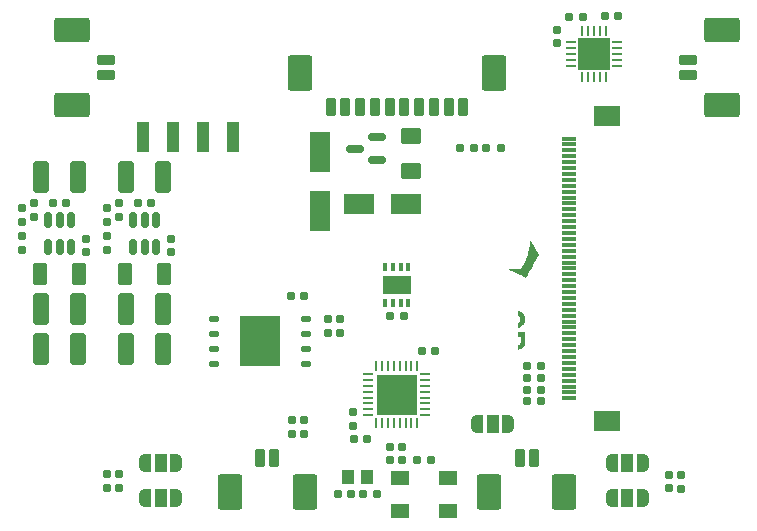
<source format=gts>
%TF.GenerationSoftware,KiCad,Pcbnew,(6.0.1)*%
%TF.CreationDate,2022-03-14T14:07:41+00:00*%
%TF.ProjectId,UGR-22 Screen,5547522d-3232-4205-9363-7265656e2e6b,rev?*%
%TF.SameCoordinates,Original*%
%TF.FileFunction,Soldermask,Top*%
%TF.FilePolarity,Negative*%
%FSLAX46Y46*%
G04 Gerber Fmt 4.6, Leading zero omitted, Abs format (unit mm)*
G04 Created by KiCad (PCBNEW (6.0.1)) date 2022-03-14 14:07:41*
%MOMM*%
%LPD*%
G01*
G04 APERTURE LIST*
G04 Aperture macros list*
%AMRoundRect*
0 Rectangle with rounded corners*
0 $1 Rounding radius*
0 $2 $3 $4 $5 $6 $7 $8 $9 X,Y pos of 4 corners*
0 Add a 4 corners polygon primitive as box body*
4,1,4,$2,$3,$4,$5,$6,$7,$8,$9,$2,$3,0*
0 Add four circle primitives for the rounded corners*
1,1,$1+$1,$2,$3*
1,1,$1+$1,$4,$5*
1,1,$1+$1,$6,$7*
1,1,$1+$1,$8,$9*
0 Add four rect primitives between the rounded corners*
20,1,$1+$1,$2,$3,$4,$5,0*
20,1,$1+$1,$4,$5,$6,$7,0*
20,1,$1+$1,$6,$7,$8,$9,0*
20,1,$1+$1,$8,$9,$2,$3,0*%
%AMFreePoly0*
4,1,22,0.550000,-0.750000,0.000000,-0.750000,0.000000,-0.745033,-0.079941,-0.743568,-0.215256,-0.701293,-0.333266,-0.622738,-0.424486,-0.514219,-0.481581,-0.384460,-0.499164,-0.250000,-0.500000,-0.250000,-0.500000,0.250000,-0.499164,0.250000,-0.499963,0.256109,-0.478152,0.396186,-0.417904,0.524511,-0.324060,0.630769,-0.204165,0.706417,-0.067858,0.745374,0.000000,0.744959,0.000000,0.750000,
0.550000,0.750000,0.550000,-0.750000,0.550000,-0.750000,$1*%
%AMFreePoly1*
4,1,20,0.000000,0.744959,0.073905,0.744508,0.209726,0.703889,0.328688,0.626782,0.421226,0.519385,0.479903,0.390333,0.500000,0.250000,0.500000,-0.250000,0.499851,-0.262216,0.476331,-0.402017,0.414519,-0.529596,0.319384,-0.634700,0.198574,-0.708877,0.061801,-0.746166,0.000000,-0.745033,0.000000,-0.750000,-0.550000,-0.750000,-0.550000,0.750000,0.000000,0.750000,0.000000,0.744959,
0.000000,0.744959,$1*%
G04 Aperture macros list end*
%ADD10RoundRect,0.160000X-0.160000X0.197500X-0.160000X-0.197500X0.160000X-0.197500X0.160000X0.197500X0*%
%ADD11RoundRect,0.155000X-0.212500X-0.155000X0.212500X-0.155000X0.212500X0.155000X-0.212500X0.155000X0*%
%ADD12R,1.500000X1.200000*%
%ADD13RoundRect,0.155000X0.155000X-0.212500X0.155000X0.212500X-0.155000X0.212500X-0.155000X-0.212500X0*%
%ADD14RoundRect,0.160000X0.160000X-0.197500X0.160000X0.197500X-0.160000X0.197500X-0.160000X-0.197500X0*%
%ADD15RoundRect,0.155000X-0.155000X0.212500X-0.155000X-0.212500X0.155000X-0.212500X0.155000X0.212500X0*%
%ADD16R,1.000000X2.500000*%
%ADD17RoundRect,0.160000X0.197500X0.160000X-0.197500X0.160000X-0.197500X-0.160000X0.197500X-0.160000X0*%
%ADD18RoundRect,0.062500X0.062500X-0.375000X0.062500X0.375000X-0.062500X0.375000X-0.062500X-0.375000X0*%
%ADD19RoundRect,0.062500X0.375000X-0.062500X0.375000X0.062500X-0.375000X0.062500X-0.375000X-0.062500X0*%
%ADD20R,3.500000X3.500000*%
%ADD21RoundRect,0.155000X0.212500X0.155000X-0.212500X0.155000X-0.212500X-0.155000X0.212500X-0.155000X0*%
%ADD22RoundRect,0.250000X0.362500X0.700000X-0.362500X0.700000X-0.362500X-0.700000X0.362500X-0.700000X0*%
%ADD23RoundRect,0.150000X-0.150000X0.512500X-0.150000X-0.512500X0.150000X-0.512500X0.150000X0.512500X0*%
%ADD24RoundRect,0.250001X-0.624999X0.462499X-0.624999X-0.462499X0.624999X-0.462499X0.624999X0.462499X0*%
%ADD25RoundRect,0.250000X-0.412500X-1.100000X0.412500X-1.100000X0.412500X1.100000X-0.412500X1.100000X0*%
%ADD26RoundRect,0.150000X0.587500X0.150000X-0.587500X0.150000X-0.587500X-0.150000X0.587500X-0.150000X0*%
%ADD27RoundRect,0.160000X-0.197500X-0.160000X0.197500X-0.160000X0.197500X0.160000X-0.197500X0.160000X0*%
%ADD28RoundRect,0.200000X-0.200000X-0.600000X0.200000X-0.600000X0.200000X0.600000X-0.200000X0.600000X0*%
%ADD29RoundRect,0.250001X-0.799999X-1.249999X0.799999X-1.249999X0.799999X1.249999X-0.799999X1.249999X0*%
%ADD30RoundRect,0.200000X0.600000X-0.200000X0.600000X0.200000X-0.600000X0.200000X-0.600000X-0.200000X0*%
%ADD31RoundRect,0.250001X1.249999X-0.799999X1.249999X0.799999X-1.249999X0.799999X-1.249999X-0.799999X0*%
%ADD32FreePoly0,180.000000*%
%ADD33R,1.000000X1.500000*%
%ADD34FreePoly1,180.000000*%
%ADD35R,1.050000X1.200000*%
%ADD36FreePoly0,0.000000*%
%ADD37FreePoly1,0.000000*%
%ADD38R,1.800000X3.500000*%
%ADD39RoundRect,0.125000X-0.262500X-0.125000X0.262500X-0.125000X0.262500X0.125000X-0.262500X0.125000X0*%
%ADD40R,3.400000X4.300000*%
%ADD41R,2.500000X1.800000*%
%ADD42R,1.300000X0.300000*%
%ADD43R,2.200000X1.800000*%
%ADD44R,0.350000X0.650000*%
%ADD45R,2.400000X1.550000*%
%ADD46RoundRect,0.062500X0.337500X0.062500X-0.337500X0.062500X-0.337500X-0.062500X0.337500X-0.062500X0*%
%ADD47RoundRect,0.062500X0.062500X0.337500X-0.062500X0.337500X-0.062500X-0.337500X0.062500X-0.337500X0*%
%ADD48R,2.700000X2.700000*%
%ADD49RoundRect,0.200000X0.200000X0.600000X-0.200000X0.600000X-0.200000X-0.600000X0.200000X-0.600000X0*%
%ADD50RoundRect,0.250001X0.799999X1.249999X-0.799999X1.249999X-0.799999X-1.249999X0.799999X-1.249999X0*%
%ADD51RoundRect,0.200000X-0.600000X0.200000X-0.600000X-0.200000X0.600000X-0.200000X0.600000X0.200000X0*%
%ADD52RoundRect,0.250001X-1.249999X0.799999X-1.249999X-0.799999X1.249999X-0.799999X1.249999X0.799999X0*%
G04 APERTURE END LIST*
%TO.C,G\u002A\u002A\u002A*%
G36*
X125610571Y-139896477D02*
G01*
X125653961Y-139957001D01*
X125719540Y-140058270D01*
X125802965Y-140193452D01*
X125899895Y-140355712D01*
X125969775Y-140475385D01*
X126338469Y-141112299D01*
X125940422Y-141802959D01*
X125821477Y-142009382D01*
X125703400Y-142214374D01*
X125592787Y-142406476D01*
X125496236Y-142574229D01*
X125420343Y-142706174D01*
X125387243Y-142763780D01*
X125232112Y-143033941D01*
X124759629Y-142807802D01*
X124570568Y-142716652D01*
X124371885Y-142619742D01*
X124183122Y-142526673D01*
X124023821Y-142447048D01*
X123974339Y-142421936D01*
X123661531Y-142262210D01*
X124214147Y-142260612D01*
X124766762Y-142259013D01*
X125097537Y-141686083D01*
X125428313Y-141113152D01*
X125507329Y-140520873D01*
X125532444Y-140333132D01*
X125555052Y-140165097D01*
X125573732Y-140027253D01*
X125587063Y-139930087D01*
X125593623Y-139884085D01*
X125593713Y-139883532D01*
X125610571Y-139896477D01*
G37*
G36*
X125142132Y-148178902D02*
G01*
X125137748Y-148377377D01*
X125132486Y-148524041D01*
X125124995Y-148629644D01*
X125113924Y-148704933D01*
X125097921Y-148760658D01*
X125075637Y-148807569D01*
X125059770Y-148834222D01*
X124938813Y-148971488D01*
X124778937Y-149064063D01*
X124670337Y-149094720D01*
X124553034Y-149116468D01*
X124553034Y-148913053D01*
X124554760Y-148802877D01*
X124563630Y-148739646D01*
X124585184Y-148707763D01*
X124624961Y-148691632D01*
X124632342Y-148689732D01*
X124695846Y-148656625D01*
X124738326Y-148589276D01*
X124762668Y-148479188D01*
X124771757Y-148317862D01*
X124771999Y-148278528D01*
X124771999Y-148045959D01*
X124553034Y-148045959D01*
X124553034Y-147639308D01*
X125152536Y-147639308D01*
X125142132Y-148178902D01*
G37*
G36*
X124611510Y-145807215D02*
G01*
X124623415Y-145810665D01*
X124798292Y-145888655D01*
X124952623Y-146004898D01*
X125035550Y-146100078D01*
X125090958Y-146190976D01*
X125122634Y-146282110D01*
X125138722Y-146400185D01*
X125141971Y-146449130D01*
X125139392Y-146646512D01*
X125102894Y-146805903D01*
X125027013Y-146945026D01*
X124966080Y-147019806D01*
X124832904Y-147143448D01*
X124689912Y-147222980D01*
X124623415Y-147246444D01*
X124585619Y-147254622D01*
X124564548Y-147241303D01*
X124555326Y-147193923D01*
X124553078Y-147099921D01*
X124553034Y-147065128D01*
X124555968Y-146950128D01*
X124569418Y-146875546D01*
X124600350Y-146819338D01*
X124646876Y-146768259D01*
X124709019Y-146692843D01*
X124735988Y-146613018D01*
X124740718Y-146528840D01*
X124732163Y-146423883D01*
X124698090Y-146347974D01*
X124646876Y-146289422D01*
X124595077Y-146231274D01*
X124566821Y-146173920D01*
X124555138Y-146095317D01*
X124553034Y-145992553D01*
X124554251Y-145883884D01*
X124561152Y-145825172D01*
X124578613Y-145803815D01*
X124611510Y-145807215D01*
G37*
%TD*%
D10*
%TO.C,R5*%
X90737500Y-136702500D03*
X90737500Y-137897500D03*
%TD*%
D11*
%TO.C,C6*%
X105332500Y-144600000D03*
X106467500Y-144600000D03*
%TD*%
D12*
%TO.C,X1*%
X114550000Y-162800000D03*
X118650000Y-162800000D03*
X118650000Y-160000000D03*
X114550000Y-160000000D03*
%TD*%
D13*
%TO.C,C21*%
X105450000Y-156217500D03*
X105450000Y-155082500D03*
%TD*%
D14*
%TO.C,R1*%
X110550000Y-155595000D03*
X110550000Y-154400000D03*
%TD*%
D15*
%TO.C,C1*%
X113750000Y-157332500D03*
X113750000Y-158467500D03*
%TD*%
D10*
%TO.C,R12*%
X138350000Y-159702500D03*
X138350000Y-160897500D03*
%TD*%
D16*
%TO.C,J2*%
X92815000Y-131100000D03*
X95355000Y-131100000D03*
X97895000Y-131100000D03*
X100435000Y-131100000D03*
%TD*%
D17*
%TO.C,R6*%
X126497500Y-153500000D03*
X125302500Y-153500000D03*
%TD*%
D18*
%TO.C,U1*%
X112525000Y-155362500D03*
X113025000Y-155362500D03*
X113525000Y-155362500D03*
X114025000Y-155362500D03*
X114525000Y-155362500D03*
X115025000Y-155362500D03*
X115525000Y-155362500D03*
X116025000Y-155362500D03*
D19*
X116712500Y-154675000D03*
X116712500Y-154175000D03*
X116712500Y-153675000D03*
X116712500Y-153175000D03*
X116712500Y-152675000D03*
X116712500Y-152175000D03*
X116712500Y-151675000D03*
X116712500Y-151175000D03*
D18*
X116025000Y-150487500D03*
X115525000Y-150487500D03*
X115025000Y-150487500D03*
X114525000Y-150487500D03*
X114025000Y-150487500D03*
X113525000Y-150487500D03*
X113025000Y-150487500D03*
X112525000Y-150487500D03*
D19*
X111837500Y-151175000D03*
X111837500Y-151675000D03*
X111837500Y-152175000D03*
X111837500Y-152675000D03*
X111837500Y-153175000D03*
X111837500Y-153675000D03*
X111837500Y-154175000D03*
X111837500Y-154675000D03*
D20*
X114275000Y-152925000D03*
%TD*%
D21*
%TO.C,C2*%
X112592500Y-161300000D03*
X111457500Y-161300000D03*
%TD*%
D14*
%TO.C,R10*%
X89737500Y-140697500D03*
X89737500Y-139502500D03*
%TD*%
D11*
%TO.C,C3*%
X109290000Y-161300000D03*
X110425000Y-161300000D03*
%TD*%
D22*
%TO.C,L2*%
X94600000Y-142700000D03*
X91275000Y-142700000D03*
%TD*%
D11*
%TO.C,C8*%
X113732500Y-146300000D03*
X114867500Y-146300000D03*
%TD*%
D14*
%TO.C,R8*%
X82537500Y-140697500D03*
X82537500Y-139502500D03*
%TD*%
D23*
%TO.C,U5*%
X93887500Y-138162500D03*
X92937500Y-138162500D03*
X91987500Y-138162500D03*
X91987500Y-140437500D03*
X92937500Y-140437500D03*
X93887500Y-140437500D03*
%TD*%
D24*
%TO.C,F1*%
X115500000Y-131012500D03*
X115500000Y-133987500D03*
%TD*%
D25*
%TO.C,C16*%
X91375000Y-145700000D03*
X94500000Y-145700000D03*
%TD*%
D11*
%TO.C,C24*%
X128882500Y-120950000D03*
X130017500Y-120950000D03*
%TD*%
D26*
%TO.C,D3*%
X112637500Y-133050000D03*
X112637500Y-131150000D03*
X110762500Y-132100000D03*
%TD*%
D27*
%TO.C,R3*%
X125302500Y-150500000D03*
X126497500Y-150500000D03*
%TD*%
D13*
%TO.C,C26*%
X127850000Y-123150000D03*
X127850000Y-122015000D03*
%TD*%
D10*
%TO.C,R4*%
X83537500Y-136702500D03*
X83537500Y-137897500D03*
%TD*%
D15*
%TO.C,C13*%
X87937500Y-139732500D03*
X87937500Y-140867500D03*
%TD*%
D28*
%TO.C,J5*%
X102675000Y-158300000D03*
X103925000Y-158300000D03*
D29*
X106475000Y-161200000D03*
X100125000Y-161200000D03*
%TD*%
D15*
%TO.C,C14*%
X95137500Y-139732500D03*
X95137500Y-140867500D03*
%TD*%
D25*
%TO.C,C17*%
X84175000Y-149100000D03*
X87300000Y-149100000D03*
%TD*%
D22*
%TO.C,L1*%
X87400000Y-142700000D03*
X84075000Y-142700000D03*
%TD*%
D30*
%TO.C,J6*%
X138900000Y-125825000D03*
X138900000Y-124575000D03*
D31*
X141800000Y-128375000D03*
X141800000Y-122025000D03*
%TD*%
D11*
%TO.C,C12*%
X92370000Y-136700000D03*
X93505000Y-136700000D03*
%TD*%
D32*
%TO.C,JP4*%
X95600000Y-158700000D03*
D33*
X94300000Y-158700000D03*
D34*
X93000000Y-158700000D03*
%TD*%
D35*
%TO.C,Y1*%
X111775000Y-159900000D03*
X110125000Y-159900000D03*
%TD*%
D11*
%TO.C,C11*%
X85137500Y-136700000D03*
X86272500Y-136700000D03*
%TD*%
D15*
%TO.C,C19*%
X137350000Y-159732500D03*
X137350000Y-160867500D03*
%TD*%
D25*
%TO.C,C18*%
X91375000Y-149100000D03*
X94500000Y-149100000D03*
%TD*%
D36*
%TO.C,JP5*%
X121100000Y-155400000D03*
D33*
X122400000Y-155400000D03*
D37*
X123700000Y-155400000D03*
%TD*%
D14*
%TO.C,R15*%
X108500000Y-147722500D03*
X108500000Y-146527500D03*
%TD*%
D32*
%TO.C,JP3*%
X95600000Y-161700000D03*
D33*
X94300000Y-161700000D03*
D34*
X93000000Y-161700000D03*
%TD*%
D38*
%TO.C,D2*%
X107800000Y-137400000D03*
X107800000Y-132400000D03*
%TD*%
D23*
%TO.C,U4*%
X86687500Y-138162500D03*
X85737500Y-138162500D03*
X84787500Y-138162500D03*
X84787500Y-140437500D03*
X85737500Y-140437500D03*
X86687500Y-140437500D03*
%TD*%
D39*
%TO.C,U2*%
X98825000Y-146500000D03*
X98825000Y-147765000D03*
X98825000Y-149035000D03*
X98825000Y-150300000D03*
X106625000Y-150300000D03*
X106625000Y-149035000D03*
X106625000Y-147765000D03*
X106625000Y-146495000D03*
D40*
X102725000Y-148400000D03*
%TD*%
D13*
%TO.C,C20*%
X90750000Y-160817500D03*
X90750000Y-159682500D03*
%TD*%
D25*
%TO.C,C9*%
X84175000Y-134500000D03*
X87300000Y-134500000D03*
%TD*%
D13*
%TO.C,C22*%
X109500000Y-147692500D03*
X109500000Y-146557500D03*
%TD*%
D21*
%TO.C,C23*%
X117167500Y-158500000D03*
X116032500Y-158500000D03*
%TD*%
D14*
%TO.C,R13*%
X89750000Y-160847500D03*
X89750000Y-159652500D03*
%TD*%
D41*
%TO.C,D1*%
X111100000Y-136800000D03*
X115100000Y-136800000D03*
%TD*%
D17*
%TO.C,R17*%
X123075000Y-132050000D03*
X121880000Y-132050000D03*
%TD*%
D42*
%TO.C,J3*%
X128850000Y-153240000D03*
X128850000Y-152740000D03*
X128850000Y-152240000D03*
X128850000Y-151740000D03*
X128850000Y-151240000D03*
X128850000Y-150740000D03*
X128850000Y-150240000D03*
X128850000Y-149740000D03*
X128850000Y-149240000D03*
X128850000Y-148740000D03*
X128850000Y-148240000D03*
X128850000Y-147740000D03*
X128850000Y-147240000D03*
X128850000Y-146740000D03*
X128850000Y-146240000D03*
X128850000Y-145740000D03*
X128850000Y-145240000D03*
X128850000Y-144740000D03*
X128850000Y-144240000D03*
X128850000Y-143740000D03*
X128850000Y-143240000D03*
X128850000Y-142740000D03*
X128850000Y-142240000D03*
X128850000Y-141740000D03*
X128850000Y-141240000D03*
X128850000Y-140740000D03*
X128850000Y-140240000D03*
X128850000Y-139740000D03*
X128850000Y-139240000D03*
X128850000Y-138740000D03*
X128850000Y-138240000D03*
X128850000Y-137740000D03*
X128850000Y-137240000D03*
X128850000Y-136740000D03*
X128850000Y-136240000D03*
X128850000Y-135740000D03*
X128850000Y-135240000D03*
X128850000Y-134740000D03*
X128850000Y-134240000D03*
X128850000Y-133740000D03*
X128850000Y-133240000D03*
X128850000Y-132740000D03*
X128850000Y-132240000D03*
X128850000Y-131740000D03*
X128850000Y-131240000D03*
D43*
X132100000Y-129340000D03*
X132100000Y-155140000D03*
%TD*%
D44*
%TO.C,U3*%
X113325000Y-145200000D03*
X113975000Y-145200000D03*
X114625000Y-145200000D03*
X115275000Y-145200000D03*
X115275000Y-142100000D03*
X114625000Y-142100000D03*
X113975000Y-142100000D03*
X113325000Y-142100000D03*
D45*
X114300000Y-143650000D03*
%TD*%
D21*
%TO.C,C4*%
X111785000Y-156700000D03*
X110650000Y-156700000D03*
%TD*%
D27*
%TO.C,R16*%
X119600000Y-132050000D03*
X120795000Y-132050000D03*
%TD*%
D14*
%TO.C,R14*%
X106450000Y-156247500D03*
X106450000Y-155052500D03*
%TD*%
D11*
%TO.C,C5*%
X116382500Y-149200000D03*
X117517500Y-149200000D03*
%TD*%
D14*
%TO.C,R9*%
X82537500Y-138297500D03*
X82537500Y-137102500D03*
%TD*%
D46*
%TO.C,U6*%
X132950000Y-125100000D03*
X132950000Y-124600000D03*
X132950000Y-124100000D03*
X132950000Y-123600000D03*
X132950000Y-123100000D03*
D47*
X132000000Y-122150000D03*
X131500000Y-122150000D03*
X131000000Y-122150000D03*
X130500000Y-122150000D03*
X130000000Y-122150000D03*
D46*
X129050000Y-123100000D03*
X129050000Y-123600000D03*
X129050000Y-124100000D03*
X129050000Y-124600000D03*
X129050000Y-125100000D03*
D47*
X130000000Y-126050000D03*
X130500000Y-126050000D03*
X131000000Y-126050000D03*
X131500000Y-126050000D03*
X132000000Y-126050000D03*
D48*
X131000000Y-124100000D03*
%TD*%
D17*
%TO.C,R7*%
X126500000Y-151500000D03*
X125305000Y-151500000D03*
%TD*%
D14*
%TO.C,R11*%
X89737500Y-138297500D03*
X89737500Y-137102500D03*
%TD*%
D49*
%TO.C,J1*%
X119925000Y-128600000D03*
X118675000Y-128600000D03*
X117425000Y-128600000D03*
X116175000Y-128600000D03*
X114925000Y-128600000D03*
X113675000Y-128600000D03*
X112425000Y-128600000D03*
X111175000Y-128600000D03*
X109925000Y-128600000D03*
X108675000Y-128600000D03*
D50*
X122475000Y-125700000D03*
X106125000Y-125700000D03*
%TD*%
D28*
%TO.C,J4*%
X124675000Y-158300000D03*
X125925000Y-158300000D03*
D29*
X128475000Y-161200000D03*
X122125000Y-161200000D03*
%TD*%
D36*
%TO.C,JP2*%
X132500000Y-161700000D03*
D33*
X133800000Y-161700000D03*
D37*
X135100000Y-161700000D03*
%TD*%
D27*
%TO.C,R2*%
X125305000Y-152500000D03*
X126500000Y-152500000D03*
%TD*%
D51*
%TO.C,J7*%
X89700000Y-124575000D03*
X89700000Y-125825000D03*
D52*
X86800000Y-122025000D03*
X86800000Y-128375000D03*
%TD*%
D25*
%TO.C,C10*%
X91375000Y-134500000D03*
X94500000Y-134500000D03*
%TD*%
D36*
%TO.C,JP1*%
X132500000Y-158700000D03*
D33*
X133800000Y-158700000D03*
D37*
X135100000Y-158700000D03*
%TD*%
D15*
%TO.C,C7*%
X114750000Y-157332500D03*
X114750000Y-158467500D03*
%TD*%
D25*
%TO.C,C15*%
X84175000Y-145700000D03*
X87300000Y-145700000D03*
%TD*%
D11*
%TO.C,C25*%
X131900000Y-120900000D03*
X133035000Y-120900000D03*
%TD*%
M02*

</source>
